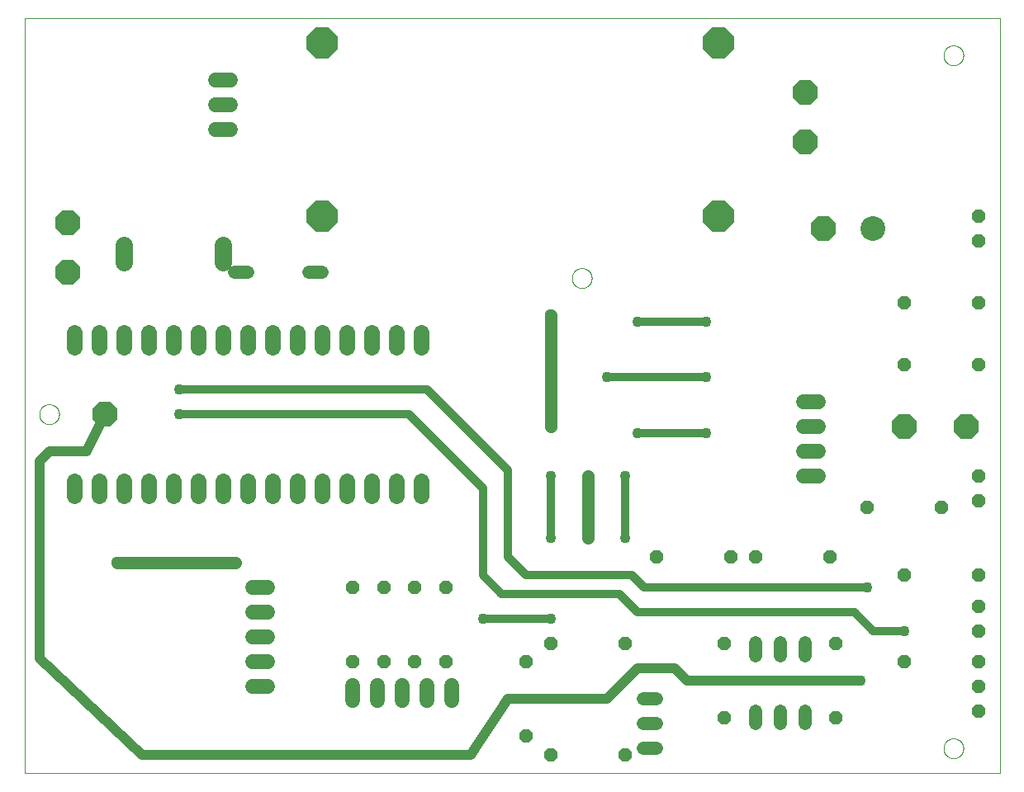
<source format=gtl>
G04 EAGLE Gerber X2 export*
%TF.Part,Single*%
%TF.FileFunction,Other,Top Layer*%
%TF.FilePolarity,Positive*%
%TF.GenerationSoftware,Autodesk,EAGLE,8.7.0*%
%TF.CreationDate,2019-08-22T10:02:17Z*%
G75*
%MOMM*%
%FSLAX34Y34*%
%LPD*%
%AMOC8*
5,1,8,0,0,1.08239X$1,22.5*%
G01*
%ADD10C,0.000000*%
%ADD11P,3.436588X8X22.500000*%
%ADD12P,2.749271X8X22.500000*%
%ADD13C,1.574800*%
%ADD14C,1.320800*%
%ADD15C,1.524000*%
%ADD16P,1.429621X8X292.500000*%
%ADD17P,1.429621X8X22.500000*%
%ADD18P,1.429621X8X202.500000*%
%ADD19P,1.429621X8X112.500000*%
%ADD20C,1.778000*%
%ADD21C,2.540000*%
%ADD22P,2.749271X8X202.500000*%
%ADD23C,1.300000*%
%ADD24C,1.270000*%
%ADD25C,1.100000*%
%ADD26C,1.016000*%
%ADD27C,0.812800*%


D10*
X0Y25400D02*
X1000000Y25400D01*
X1000000Y800000D01*
X0Y800000D01*
X0Y25400D01*
X942340Y762000D02*
X942343Y762249D01*
X942352Y762499D01*
X942368Y762747D01*
X942389Y762996D01*
X942416Y763244D01*
X942450Y763491D01*
X942490Y763737D01*
X942535Y763982D01*
X942587Y764226D01*
X942644Y764469D01*
X942708Y764710D01*
X942777Y764949D01*
X942853Y765187D01*
X942934Y765423D01*
X943021Y765657D01*
X943113Y765888D01*
X943212Y766117D01*
X943315Y766344D01*
X943425Y766568D01*
X943540Y766789D01*
X943660Y767008D01*
X943785Y767223D01*
X943916Y767436D01*
X944052Y767645D01*
X944193Y767850D01*
X944339Y768052D01*
X944490Y768251D01*
X944646Y768445D01*
X944807Y768636D01*
X944972Y768823D01*
X945142Y769006D01*
X945316Y769184D01*
X945494Y769358D01*
X945677Y769528D01*
X945864Y769693D01*
X946055Y769854D01*
X946249Y770010D01*
X946448Y770161D01*
X946650Y770307D01*
X946855Y770448D01*
X947064Y770584D01*
X947277Y770715D01*
X947492Y770840D01*
X947711Y770960D01*
X947932Y771075D01*
X948156Y771185D01*
X948383Y771288D01*
X948612Y771387D01*
X948843Y771479D01*
X949077Y771566D01*
X949313Y771647D01*
X949551Y771723D01*
X949790Y771792D01*
X950031Y771856D01*
X950274Y771913D01*
X950518Y771965D01*
X950763Y772010D01*
X951009Y772050D01*
X951256Y772084D01*
X951504Y772111D01*
X951753Y772132D01*
X952001Y772148D01*
X952251Y772157D01*
X952500Y772160D01*
X952749Y772157D01*
X952999Y772148D01*
X953247Y772132D01*
X953496Y772111D01*
X953744Y772084D01*
X953991Y772050D01*
X954237Y772010D01*
X954482Y771965D01*
X954726Y771913D01*
X954969Y771856D01*
X955210Y771792D01*
X955449Y771723D01*
X955687Y771647D01*
X955923Y771566D01*
X956157Y771479D01*
X956388Y771387D01*
X956617Y771288D01*
X956844Y771185D01*
X957068Y771075D01*
X957289Y770960D01*
X957508Y770840D01*
X957723Y770715D01*
X957936Y770584D01*
X958145Y770448D01*
X958350Y770307D01*
X958552Y770161D01*
X958751Y770010D01*
X958945Y769854D01*
X959136Y769693D01*
X959323Y769528D01*
X959506Y769358D01*
X959684Y769184D01*
X959858Y769006D01*
X960028Y768823D01*
X960193Y768636D01*
X960354Y768445D01*
X960510Y768251D01*
X960661Y768052D01*
X960807Y767850D01*
X960948Y767645D01*
X961084Y767436D01*
X961215Y767223D01*
X961340Y767008D01*
X961460Y766789D01*
X961575Y766568D01*
X961685Y766344D01*
X961788Y766117D01*
X961887Y765888D01*
X961979Y765657D01*
X962066Y765423D01*
X962147Y765187D01*
X962223Y764949D01*
X962292Y764710D01*
X962356Y764469D01*
X962413Y764226D01*
X962465Y763982D01*
X962510Y763737D01*
X962550Y763491D01*
X962584Y763244D01*
X962611Y762996D01*
X962632Y762747D01*
X962648Y762499D01*
X962657Y762249D01*
X962660Y762000D01*
X962657Y761751D01*
X962648Y761501D01*
X962632Y761253D01*
X962611Y761004D01*
X962584Y760756D01*
X962550Y760509D01*
X962510Y760263D01*
X962465Y760018D01*
X962413Y759774D01*
X962356Y759531D01*
X962292Y759290D01*
X962223Y759051D01*
X962147Y758813D01*
X962066Y758577D01*
X961979Y758343D01*
X961887Y758112D01*
X961788Y757883D01*
X961685Y757656D01*
X961575Y757432D01*
X961460Y757211D01*
X961340Y756992D01*
X961215Y756777D01*
X961084Y756564D01*
X960948Y756355D01*
X960807Y756150D01*
X960661Y755948D01*
X960510Y755749D01*
X960354Y755555D01*
X960193Y755364D01*
X960028Y755177D01*
X959858Y754994D01*
X959684Y754816D01*
X959506Y754642D01*
X959323Y754472D01*
X959136Y754307D01*
X958945Y754146D01*
X958751Y753990D01*
X958552Y753839D01*
X958350Y753693D01*
X958145Y753552D01*
X957936Y753416D01*
X957723Y753285D01*
X957508Y753160D01*
X957289Y753040D01*
X957068Y752925D01*
X956844Y752815D01*
X956617Y752712D01*
X956388Y752613D01*
X956157Y752521D01*
X955923Y752434D01*
X955687Y752353D01*
X955449Y752277D01*
X955210Y752208D01*
X954969Y752144D01*
X954726Y752087D01*
X954482Y752035D01*
X954237Y751990D01*
X953991Y751950D01*
X953744Y751916D01*
X953496Y751889D01*
X953247Y751868D01*
X952999Y751852D01*
X952749Y751843D01*
X952500Y751840D01*
X952251Y751843D01*
X952001Y751852D01*
X951753Y751868D01*
X951504Y751889D01*
X951256Y751916D01*
X951009Y751950D01*
X950763Y751990D01*
X950518Y752035D01*
X950274Y752087D01*
X950031Y752144D01*
X949790Y752208D01*
X949551Y752277D01*
X949313Y752353D01*
X949077Y752434D01*
X948843Y752521D01*
X948612Y752613D01*
X948383Y752712D01*
X948156Y752815D01*
X947932Y752925D01*
X947711Y753040D01*
X947492Y753160D01*
X947277Y753285D01*
X947064Y753416D01*
X946855Y753552D01*
X946650Y753693D01*
X946448Y753839D01*
X946249Y753990D01*
X946055Y754146D01*
X945864Y754307D01*
X945677Y754472D01*
X945494Y754642D01*
X945316Y754816D01*
X945142Y754994D01*
X944972Y755177D01*
X944807Y755364D01*
X944646Y755555D01*
X944490Y755749D01*
X944339Y755948D01*
X944193Y756150D01*
X944052Y756355D01*
X943916Y756564D01*
X943785Y756777D01*
X943660Y756992D01*
X943540Y757211D01*
X943425Y757432D01*
X943315Y757656D01*
X943212Y757883D01*
X943113Y758112D01*
X943021Y758343D01*
X942934Y758577D01*
X942853Y758813D01*
X942777Y759051D01*
X942708Y759290D01*
X942644Y759531D01*
X942587Y759774D01*
X942535Y760018D01*
X942490Y760263D01*
X942450Y760509D01*
X942416Y760756D01*
X942389Y761004D01*
X942368Y761253D01*
X942352Y761501D01*
X942343Y761751D01*
X942340Y762000D01*
X15240Y393700D02*
X15243Y393949D01*
X15252Y394199D01*
X15268Y394447D01*
X15289Y394696D01*
X15316Y394944D01*
X15350Y395191D01*
X15390Y395437D01*
X15435Y395682D01*
X15487Y395926D01*
X15544Y396169D01*
X15608Y396410D01*
X15677Y396649D01*
X15753Y396887D01*
X15834Y397123D01*
X15921Y397357D01*
X16013Y397588D01*
X16112Y397817D01*
X16215Y398044D01*
X16325Y398268D01*
X16440Y398489D01*
X16560Y398708D01*
X16685Y398923D01*
X16816Y399136D01*
X16952Y399345D01*
X17093Y399550D01*
X17239Y399752D01*
X17390Y399951D01*
X17546Y400145D01*
X17707Y400336D01*
X17872Y400523D01*
X18042Y400706D01*
X18216Y400884D01*
X18394Y401058D01*
X18577Y401228D01*
X18764Y401393D01*
X18955Y401554D01*
X19149Y401710D01*
X19348Y401861D01*
X19550Y402007D01*
X19755Y402148D01*
X19964Y402284D01*
X20177Y402415D01*
X20392Y402540D01*
X20611Y402660D01*
X20832Y402775D01*
X21056Y402885D01*
X21283Y402988D01*
X21512Y403087D01*
X21743Y403179D01*
X21977Y403266D01*
X22213Y403347D01*
X22451Y403423D01*
X22690Y403492D01*
X22931Y403556D01*
X23174Y403613D01*
X23418Y403665D01*
X23663Y403710D01*
X23909Y403750D01*
X24156Y403784D01*
X24404Y403811D01*
X24653Y403832D01*
X24901Y403848D01*
X25151Y403857D01*
X25400Y403860D01*
X25649Y403857D01*
X25899Y403848D01*
X26147Y403832D01*
X26396Y403811D01*
X26644Y403784D01*
X26891Y403750D01*
X27137Y403710D01*
X27382Y403665D01*
X27626Y403613D01*
X27869Y403556D01*
X28110Y403492D01*
X28349Y403423D01*
X28587Y403347D01*
X28823Y403266D01*
X29057Y403179D01*
X29288Y403087D01*
X29517Y402988D01*
X29744Y402885D01*
X29968Y402775D01*
X30189Y402660D01*
X30408Y402540D01*
X30623Y402415D01*
X30836Y402284D01*
X31045Y402148D01*
X31250Y402007D01*
X31452Y401861D01*
X31651Y401710D01*
X31845Y401554D01*
X32036Y401393D01*
X32223Y401228D01*
X32406Y401058D01*
X32584Y400884D01*
X32758Y400706D01*
X32928Y400523D01*
X33093Y400336D01*
X33254Y400145D01*
X33410Y399951D01*
X33561Y399752D01*
X33707Y399550D01*
X33848Y399345D01*
X33984Y399136D01*
X34115Y398923D01*
X34240Y398708D01*
X34360Y398489D01*
X34475Y398268D01*
X34585Y398044D01*
X34688Y397817D01*
X34787Y397588D01*
X34879Y397357D01*
X34966Y397123D01*
X35047Y396887D01*
X35123Y396649D01*
X35192Y396410D01*
X35256Y396169D01*
X35313Y395926D01*
X35365Y395682D01*
X35410Y395437D01*
X35450Y395191D01*
X35484Y394944D01*
X35511Y394696D01*
X35532Y394447D01*
X35548Y394199D01*
X35557Y393949D01*
X35560Y393700D01*
X35557Y393451D01*
X35548Y393201D01*
X35532Y392953D01*
X35511Y392704D01*
X35484Y392456D01*
X35450Y392209D01*
X35410Y391963D01*
X35365Y391718D01*
X35313Y391474D01*
X35256Y391231D01*
X35192Y390990D01*
X35123Y390751D01*
X35047Y390513D01*
X34966Y390277D01*
X34879Y390043D01*
X34787Y389812D01*
X34688Y389583D01*
X34585Y389356D01*
X34475Y389132D01*
X34360Y388911D01*
X34240Y388692D01*
X34115Y388477D01*
X33984Y388264D01*
X33848Y388055D01*
X33707Y387850D01*
X33561Y387648D01*
X33410Y387449D01*
X33254Y387255D01*
X33093Y387064D01*
X32928Y386877D01*
X32758Y386694D01*
X32584Y386516D01*
X32406Y386342D01*
X32223Y386172D01*
X32036Y386007D01*
X31845Y385846D01*
X31651Y385690D01*
X31452Y385539D01*
X31250Y385393D01*
X31045Y385252D01*
X30836Y385116D01*
X30623Y384985D01*
X30408Y384860D01*
X30189Y384740D01*
X29968Y384625D01*
X29744Y384515D01*
X29517Y384412D01*
X29288Y384313D01*
X29057Y384221D01*
X28823Y384134D01*
X28587Y384053D01*
X28349Y383977D01*
X28110Y383908D01*
X27869Y383844D01*
X27626Y383787D01*
X27382Y383735D01*
X27137Y383690D01*
X26891Y383650D01*
X26644Y383616D01*
X26396Y383589D01*
X26147Y383568D01*
X25899Y383552D01*
X25649Y383543D01*
X25400Y383540D01*
X25151Y383543D01*
X24901Y383552D01*
X24653Y383568D01*
X24404Y383589D01*
X24156Y383616D01*
X23909Y383650D01*
X23663Y383690D01*
X23418Y383735D01*
X23174Y383787D01*
X22931Y383844D01*
X22690Y383908D01*
X22451Y383977D01*
X22213Y384053D01*
X21977Y384134D01*
X21743Y384221D01*
X21512Y384313D01*
X21283Y384412D01*
X21056Y384515D01*
X20832Y384625D01*
X20611Y384740D01*
X20392Y384860D01*
X20177Y384985D01*
X19964Y385116D01*
X19755Y385252D01*
X19550Y385393D01*
X19348Y385539D01*
X19149Y385690D01*
X18955Y385846D01*
X18764Y386007D01*
X18577Y386172D01*
X18394Y386342D01*
X18216Y386516D01*
X18042Y386694D01*
X17872Y386877D01*
X17707Y387064D01*
X17546Y387255D01*
X17390Y387449D01*
X17239Y387648D01*
X17093Y387850D01*
X16952Y388055D01*
X16816Y388264D01*
X16685Y388477D01*
X16560Y388692D01*
X16440Y388911D01*
X16325Y389132D01*
X16215Y389356D01*
X16112Y389583D01*
X16013Y389812D01*
X15921Y390043D01*
X15834Y390277D01*
X15753Y390513D01*
X15677Y390751D01*
X15608Y390990D01*
X15544Y391231D01*
X15487Y391474D01*
X15435Y391718D01*
X15390Y391963D01*
X15350Y392209D01*
X15316Y392456D01*
X15289Y392704D01*
X15268Y392953D01*
X15252Y393201D01*
X15243Y393451D01*
X15240Y393700D01*
X942340Y50800D02*
X942343Y51049D01*
X942352Y51299D01*
X942368Y51547D01*
X942389Y51796D01*
X942416Y52044D01*
X942450Y52291D01*
X942490Y52537D01*
X942535Y52782D01*
X942587Y53026D01*
X942644Y53269D01*
X942708Y53510D01*
X942777Y53749D01*
X942853Y53987D01*
X942934Y54223D01*
X943021Y54457D01*
X943113Y54688D01*
X943212Y54917D01*
X943315Y55144D01*
X943425Y55368D01*
X943540Y55589D01*
X943660Y55808D01*
X943785Y56023D01*
X943916Y56236D01*
X944052Y56445D01*
X944193Y56650D01*
X944339Y56852D01*
X944490Y57051D01*
X944646Y57245D01*
X944807Y57436D01*
X944972Y57623D01*
X945142Y57806D01*
X945316Y57984D01*
X945494Y58158D01*
X945677Y58328D01*
X945864Y58493D01*
X946055Y58654D01*
X946249Y58810D01*
X946448Y58961D01*
X946650Y59107D01*
X946855Y59248D01*
X947064Y59384D01*
X947277Y59515D01*
X947492Y59640D01*
X947711Y59760D01*
X947932Y59875D01*
X948156Y59985D01*
X948383Y60088D01*
X948612Y60187D01*
X948843Y60279D01*
X949077Y60366D01*
X949313Y60447D01*
X949551Y60523D01*
X949790Y60592D01*
X950031Y60656D01*
X950274Y60713D01*
X950518Y60765D01*
X950763Y60810D01*
X951009Y60850D01*
X951256Y60884D01*
X951504Y60911D01*
X951753Y60932D01*
X952001Y60948D01*
X952251Y60957D01*
X952500Y60960D01*
X952749Y60957D01*
X952999Y60948D01*
X953247Y60932D01*
X953496Y60911D01*
X953744Y60884D01*
X953991Y60850D01*
X954237Y60810D01*
X954482Y60765D01*
X954726Y60713D01*
X954969Y60656D01*
X955210Y60592D01*
X955449Y60523D01*
X955687Y60447D01*
X955923Y60366D01*
X956157Y60279D01*
X956388Y60187D01*
X956617Y60088D01*
X956844Y59985D01*
X957068Y59875D01*
X957289Y59760D01*
X957508Y59640D01*
X957723Y59515D01*
X957936Y59384D01*
X958145Y59248D01*
X958350Y59107D01*
X958552Y58961D01*
X958751Y58810D01*
X958945Y58654D01*
X959136Y58493D01*
X959323Y58328D01*
X959506Y58158D01*
X959684Y57984D01*
X959858Y57806D01*
X960028Y57623D01*
X960193Y57436D01*
X960354Y57245D01*
X960510Y57051D01*
X960661Y56852D01*
X960807Y56650D01*
X960948Y56445D01*
X961084Y56236D01*
X961215Y56023D01*
X961340Y55808D01*
X961460Y55589D01*
X961575Y55368D01*
X961685Y55144D01*
X961788Y54917D01*
X961887Y54688D01*
X961979Y54457D01*
X962066Y54223D01*
X962147Y53987D01*
X962223Y53749D01*
X962292Y53510D01*
X962356Y53269D01*
X962413Y53026D01*
X962465Y52782D01*
X962510Y52537D01*
X962550Y52291D01*
X962584Y52044D01*
X962611Y51796D01*
X962632Y51547D01*
X962648Y51299D01*
X962657Y51049D01*
X962660Y50800D01*
X962657Y50551D01*
X962648Y50301D01*
X962632Y50053D01*
X962611Y49804D01*
X962584Y49556D01*
X962550Y49309D01*
X962510Y49063D01*
X962465Y48818D01*
X962413Y48574D01*
X962356Y48331D01*
X962292Y48090D01*
X962223Y47851D01*
X962147Y47613D01*
X962066Y47377D01*
X961979Y47143D01*
X961887Y46912D01*
X961788Y46683D01*
X961685Y46456D01*
X961575Y46232D01*
X961460Y46011D01*
X961340Y45792D01*
X961215Y45577D01*
X961084Y45364D01*
X960948Y45155D01*
X960807Y44950D01*
X960661Y44748D01*
X960510Y44549D01*
X960354Y44355D01*
X960193Y44164D01*
X960028Y43977D01*
X959858Y43794D01*
X959684Y43616D01*
X959506Y43442D01*
X959323Y43272D01*
X959136Y43107D01*
X958945Y42946D01*
X958751Y42790D01*
X958552Y42639D01*
X958350Y42493D01*
X958145Y42352D01*
X957936Y42216D01*
X957723Y42085D01*
X957508Y41960D01*
X957289Y41840D01*
X957068Y41725D01*
X956844Y41615D01*
X956617Y41512D01*
X956388Y41413D01*
X956157Y41321D01*
X955923Y41234D01*
X955687Y41153D01*
X955449Y41077D01*
X955210Y41008D01*
X954969Y40944D01*
X954726Y40887D01*
X954482Y40835D01*
X954237Y40790D01*
X953991Y40750D01*
X953744Y40716D01*
X953496Y40689D01*
X953247Y40668D01*
X952999Y40652D01*
X952749Y40643D01*
X952500Y40640D01*
X952251Y40643D01*
X952001Y40652D01*
X951753Y40668D01*
X951504Y40689D01*
X951256Y40716D01*
X951009Y40750D01*
X950763Y40790D01*
X950518Y40835D01*
X950274Y40887D01*
X950031Y40944D01*
X949790Y41008D01*
X949551Y41077D01*
X949313Y41153D01*
X949077Y41234D01*
X948843Y41321D01*
X948612Y41413D01*
X948383Y41512D01*
X948156Y41615D01*
X947932Y41725D01*
X947711Y41840D01*
X947492Y41960D01*
X947277Y42085D01*
X947064Y42216D01*
X946855Y42352D01*
X946650Y42493D01*
X946448Y42639D01*
X946249Y42790D01*
X946055Y42946D01*
X945864Y43107D01*
X945677Y43272D01*
X945494Y43442D01*
X945316Y43616D01*
X945142Y43794D01*
X944972Y43977D01*
X944807Y44164D01*
X944646Y44355D01*
X944490Y44549D01*
X944339Y44748D01*
X944193Y44950D01*
X944052Y45155D01*
X943916Y45364D01*
X943785Y45577D01*
X943660Y45792D01*
X943540Y46011D01*
X943425Y46232D01*
X943315Y46456D01*
X943212Y46683D01*
X943113Y46912D01*
X943021Y47143D01*
X942934Y47377D01*
X942853Y47613D01*
X942777Y47851D01*
X942708Y48090D01*
X942644Y48331D01*
X942587Y48574D01*
X942535Y48818D01*
X942490Y49063D01*
X942450Y49309D01*
X942416Y49556D01*
X942389Y49804D01*
X942368Y50053D01*
X942352Y50301D01*
X942343Y50551D01*
X942340Y50800D01*
X561340Y533400D02*
X561343Y533649D01*
X561352Y533899D01*
X561368Y534147D01*
X561389Y534396D01*
X561416Y534644D01*
X561450Y534891D01*
X561490Y535137D01*
X561535Y535382D01*
X561587Y535626D01*
X561644Y535869D01*
X561708Y536110D01*
X561777Y536349D01*
X561853Y536587D01*
X561934Y536823D01*
X562021Y537057D01*
X562113Y537288D01*
X562212Y537517D01*
X562315Y537744D01*
X562425Y537968D01*
X562540Y538189D01*
X562660Y538408D01*
X562785Y538623D01*
X562916Y538836D01*
X563052Y539045D01*
X563193Y539250D01*
X563339Y539452D01*
X563490Y539651D01*
X563646Y539845D01*
X563807Y540036D01*
X563972Y540223D01*
X564142Y540406D01*
X564316Y540584D01*
X564494Y540758D01*
X564677Y540928D01*
X564864Y541093D01*
X565055Y541254D01*
X565249Y541410D01*
X565448Y541561D01*
X565650Y541707D01*
X565855Y541848D01*
X566064Y541984D01*
X566277Y542115D01*
X566492Y542240D01*
X566711Y542360D01*
X566932Y542475D01*
X567156Y542585D01*
X567383Y542688D01*
X567612Y542787D01*
X567843Y542879D01*
X568077Y542966D01*
X568313Y543047D01*
X568551Y543123D01*
X568790Y543192D01*
X569031Y543256D01*
X569274Y543313D01*
X569518Y543365D01*
X569763Y543410D01*
X570009Y543450D01*
X570256Y543484D01*
X570504Y543511D01*
X570753Y543532D01*
X571001Y543548D01*
X571251Y543557D01*
X571500Y543560D01*
X571749Y543557D01*
X571999Y543548D01*
X572247Y543532D01*
X572496Y543511D01*
X572744Y543484D01*
X572991Y543450D01*
X573237Y543410D01*
X573482Y543365D01*
X573726Y543313D01*
X573969Y543256D01*
X574210Y543192D01*
X574449Y543123D01*
X574687Y543047D01*
X574923Y542966D01*
X575157Y542879D01*
X575388Y542787D01*
X575617Y542688D01*
X575844Y542585D01*
X576068Y542475D01*
X576289Y542360D01*
X576508Y542240D01*
X576723Y542115D01*
X576936Y541984D01*
X577145Y541848D01*
X577350Y541707D01*
X577552Y541561D01*
X577751Y541410D01*
X577945Y541254D01*
X578136Y541093D01*
X578323Y540928D01*
X578506Y540758D01*
X578684Y540584D01*
X578858Y540406D01*
X579028Y540223D01*
X579193Y540036D01*
X579354Y539845D01*
X579510Y539651D01*
X579661Y539452D01*
X579807Y539250D01*
X579948Y539045D01*
X580084Y538836D01*
X580215Y538623D01*
X580340Y538408D01*
X580460Y538189D01*
X580575Y537968D01*
X580685Y537744D01*
X580788Y537517D01*
X580887Y537288D01*
X580979Y537057D01*
X581066Y536823D01*
X581147Y536587D01*
X581223Y536349D01*
X581292Y536110D01*
X581356Y535869D01*
X581413Y535626D01*
X581465Y535382D01*
X581510Y535137D01*
X581550Y534891D01*
X581584Y534644D01*
X581611Y534396D01*
X581632Y534147D01*
X581648Y533899D01*
X581657Y533649D01*
X581660Y533400D01*
X581657Y533151D01*
X581648Y532901D01*
X581632Y532653D01*
X581611Y532404D01*
X581584Y532156D01*
X581550Y531909D01*
X581510Y531663D01*
X581465Y531418D01*
X581413Y531174D01*
X581356Y530931D01*
X581292Y530690D01*
X581223Y530451D01*
X581147Y530213D01*
X581066Y529977D01*
X580979Y529743D01*
X580887Y529512D01*
X580788Y529283D01*
X580685Y529056D01*
X580575Y528832D01*
X580460Y528611D01*
X580340Y528392D01*
X580215Y528177D01*
X580084Y527964D01*
X579948Y527755D01*
X579807Y527550D01*
X579661Y527348D01*
X579510Y527149D01*
X579354Y526955D01*
X579193Y526764D01*
X579028Y526577D01*
X578858Y526394D01*
X578684Y526216D01*
X578506Y526042D01*
X578323Y525872D01*
X578136Y525707D01*
X577945Y525546D01*
X577751Y525390D01*
X577552Y525239D01*
X577350Y525093D01*
X577145Y524952D01*
X576936Y524816D01*
X576723Y524685D01*
X576508Y524560D01*
X576289Y524440D01*
X576068Y524325D01*
X575844Y524215D01*
X575617Y524112D01*
X575388Y524013D01*
X575157Y523921D01*
X574923Y523834D01*
X574687Y523753D01*
X574449Y523677D01*
X574210Y523608D01*
X573969Y523544D01*
X573726Y523487D01*
X573482Y523435D01*
X573237Y523390D01*
X572991Y523350D01*
X572744Y523316D01*
X572496Y523289D01*
X572247Y523268D01*
X571999Y523252D01*
X571749Y523243D01*
X571500Y523240D01*
X571251Y523243D01*
X571001Y523252D01*
X570753Y523268D01*
X570504Y523289D01*
X570256Y523316D01*
X570009Y523350D01*
X569763Y523390D01*
X569518Y523435D01*
X569274Y523487D01*
X569031Y523544D01*
X568790Y523608D01*
X568551Y523677D01*
X568313Y523753D01*
X568077Y523834D01*
X567843Y523921D01*
X567612Y524013D01*
X567383Y524112D01*
X567156Y524215D01*
X566932Y524325D01*
X566711Y524440D01*
X566492Y524560D01*
X566277Y524685D01*
X566064Y524816D01*
X565855Y524952D01*
X565650Y525093D01*
X565448Y525239D01*
X565249Y525390D01*
X565055Y525546D01*
X564864Y525707D01*
X564677Y525872D01*
X564494Y526042D01*
X564316Y526216D01*
X564142Y526394D01*
X563972Y526577D01*
X563807Y526764D01*
X563646Y526955D01*
X563490Y527149D01*
X563339Y527348D01*
X563193Y527550D01*
X563052Y527755D01*
X562916Y527964D01*
X562785Y528177D01*
X562660Y528392D01*
X562540Y528611D01*
X562425Y528832D01*
X562315Y529056D01*
X562212Y529283D01*
X562113Y529512D01*
X562021Y529743D01*
X561934Y529977D01*
X561853Y530213D01*
X561777Y530451D01*
X561708Y530690D01*
X561644Y530931D01*
X561587Y531174D01*
X561535Y531418D01*
X561490Y531663D01*
X561450Y531909D01*
X561416Y532156D01*
X561389Y532404D01*
X561368Y532653D01*
X561352Y532901D01*
X561343Y533151D01*
X561340Y533400D01*
D11*
X711200Y596900D03*
X304800Y596900D03*
X711200Y774700D03*
X304800Y774700D03*
D12*
X44450Y539750D03*
D13*
X406400Y477774D02*
X406400Y462026D01*
X381000Y462026D02*
X381000Y477774D01*
X355600Y477774D02*
X355600Y462026D01*
X330200Y462026D02*
X330200Y477774D01*
X304800Y477774D02*
X304800Y462026D01*
X279400Y462026D02*
X279400Y477774D01*
X254000Y477774D02*
X254000Y462026D01*
X228600Y462026D02*
X228600Y477774D01*
X203200Y477774D02*
X203200Y462026D01*
X177800Y462026D02*
X177800Y477774D01*
X152400Y477774D02*
X152400Y462026D01*
X127000Y462026D02*
X127000Y477774D01*
X101600Y477774D02*
X101600Y462026D01*
X76200Y462026D02*
X76200Y477774D01*
X50800Y477774D02*
X50800Y462026D01*
X50800Y325374D02*
X50800Y309626D01*
X76200Y309626D02*
X76200Y325374D01*
X101600Y325374D02*
X101600Y309626D01*
X127000Y309626D02*
X127000Y325374D01*
X152400Y325374D02*
X152400Y309626D01*
X177800Y309626D02*
X177800Y325374D01*
X203200Y325374D02*
X203200Y309626D01*
X228600Y309626D02*
X228600Y325374D01*
X254000Y325374D02*
X254000Y309626D01*
X279400Y309626D02*
X279400Y325374D01*
X304800Y325374D02*
X304800Y309626D01*
X330200Y309626D02*
X330200Y325374D01*
X355600Y325374D02*
X355600Y309626D01*
X381000Y309626D02*
X381000Y325374D01*
X406400Y325374D02*
X406400Y309626D01*
D12*
X82550Y393700D03*
D14*
X291846Y539750D02*
X305054Y539750D01*
X228854Y539750D02*
X215646Y539750D01*
D12*
X44450Y590550D03*
D15*
X798830Y406400D02*
X814070Y406400D01*
X814070Y381000D02*
X798830Y381000D01*
X798830Y355600D02*
X814070Y355600D01*
X814070Y330200D02*
X798830Y330200D01*
X248920Y114300D02*
X233680Y114300D01*
X233680Y139700D02*
X248920Y139700D01*
X248920Y165100D02*
X233680Y165100D01*
X233680Y190500D02*
X248920Y190500D01*
X248920Y215900D02*
X233680Y215900D01*
X336550Y115570D02*
X336550Y100330D01*
X361950Y100330D02*
X361950Y115570D01*
X387350Y115570D02*
X387350Y100330D01*
X412750Y100330D02*
X412750Y115570D01*
X438150Y115570D02*
X438150Y100330D01*
D12*
X800100Y673100D03*
X800100Y723900D03*
D16*
X514350Y139700D03*
X514350Y63500D03*
D17*
X901700Y444500D03*
X977900Y444500D03*
D16*
X336550Y215900D03*
X336550Y139700D03*
X368300Y215900D03*
X368300Y139700D03*
X400050Y215900D03*
X400050Y139700D03*
X431800Y215900D03*
X431800Y139700D03*
D18*
X977900Y508000D03*
X901700Y508000D03*
D19*
X831850Y82550D03*
X831850Y158750D03*
D17*
X749300Y247650D03*
X825500Y247650D03*
D18*
X615950Y158750D03*
X539750Y158750D03*
X723900Y247650D03*
X647700Y247650D03*
D17*
X539750Y44450D03*
X615950Y44450D03*
D18*
X977900Y139700D03*
X901700Y139700D03*
X977900Y228600D03*
X901700Y228600D03*
X939800Y298450D03*
X863600Y298450D03*
D16*
X717550Y158750D03*
X717550Y82550D03*
D12*
X965200Y381000D03*
X901700Y381000D03*
D14*
X647954Y76200D02*
X634746Y76200D01*
X634746Y101600D02*
X647954Y101600D01*
X647954Y50800D02*
X634746Y50800D01*
X774700Y75946D02*
X774700Y89154D01*
X800100Y89154D02*
X800100Y75946D01*
X749300Y75946D02*
X749300Y89154D01*
X800100Y145796D02*
X800100Y159004D01*
X749300Y159004D02*
X749300Y145796D01*
X774700Y145796D02*
X774700Y159004D01*
D20*
X101600Y549910D02*
X101600Y567690D01*
X203200Y567690D02*
X203200Y549910D01*
D19*
X977900Y571500D03*
X977900Y596900D03*
X977900Y304800D03*
X977900Y330200D03*
D16*
X977900Y196850D03*
X977900Y171450D03*
X977900Y114300D03*
X977900Y88900D03*
D21*
X869950Y584200D03*
D22*
X819150Y584200D03*
D15*
X210820Y736600D02*
X195580Y736600D01*
X195580Y711200D02*
X210820Y711200D01*
X210820Y685800D02*
X195580Y685800D01*
D23*
X95250Y241300D03*
X215900Y241300D03*
D24*
X95250Y241300D01*
D25*
X577850Y330200D03*
D24*
X577850Y266700D01*
D25*
X577850Y266700D03*
D23*
X539750Y495300D03*
D24*
X539750Y381000D01*
D23*
X539750Y381000D03*
D26*
X120650Y44450D02*
X15240Y143510D01*
X120650Y44450D02*
X457200Y44450D01*
X495300Y101600D01*
X15240Y143510D02*
X15240Y345440D01*
X495300Y101600D02*
X596900Y101600D01*
X628650Y133350D01*
X666750Y133350D01*
X679450Y120650D01*
X25400Y355600D02*
X15240Y345440D01*
X25400Y355600D02*
X63500Y355600D01*
X82550Y393700D01*
X679450Y120650D02*
X857250Y120650D01*
D25*
X857250Y120650D03*
X539750Y330200D03*
D27*
X539750Y266700D01*
D25*
X539750Y266700D03*
X596900Y431800D03*
D27*
X698500Y431800D01*
D25*
X698500Y431800D03*
X615950Y330200D03*
D27*
X615950Y266700D01*
D25*
X615950Y266700D03*
D27*
X488950Y209550D02*
X469900Y228600D01*
X488950Y209550D02*
X609600Y209550D01*
X628650Y190500D01*
X469900Y228600D02*
X469900Y317500D01*
X393700Y393700D02*
X158750Y393700D01*
D25*
X158750Y393700D03*
D27*
X393700Y393700D02*
X469900Y317500D01*
X628650Y190500D02*
X850900Y190500D01*
X869950Y171450D01*
X901700Y171450D01*
D25*
X901700Y171450D03*
X469900Y184150D03*
D27*
X539750Y184150D01*
D25*
X539750Y184150D03*
X628650Y488950D03*
D27*
X698500Y488950D01*
D25*
X698500Y488950D03*
X628650Y374650D03*
D27*
X698500Y374650D01*
D25*
X698500Y374650D03*
D27*
X622300Y228600D02*
X514350Y228600D01*
X622300Y228600D02*
X635000Y215900D01*
X514350Y228600D02*
X495300Y247650D01*
X412750Y419100D02*
X158750Y419100D01*
D25*
X158750Y419100D03*
D27*
X495300Y336550D02*
X495300Y247650D01*
X495300Y336550D02*
X412750Y419100D01*
X635000Y215900D02*
X863600Y215900D01*
D25*
X863600Y215900D03*
M02*

</source>
